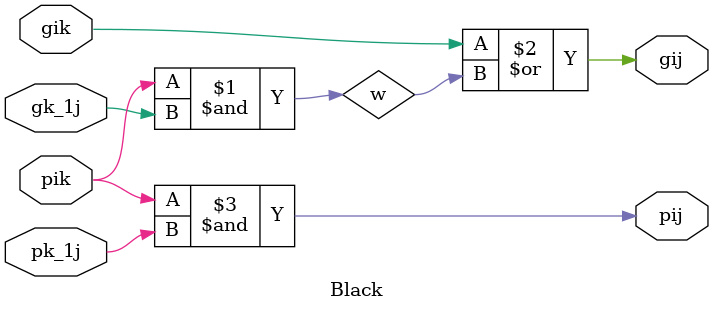
<source format=v>
`timescale 1ns / 1ps
module Black(gik,pik,gk_1j,pk_1j,gij,pij);

	input gik,pik,gk_1j,pk_1j;
	output gij,pij;
	wire w;
	
	and(w,pik,gk_1j);
	or(gij,gik,w);
	and(pij,pik,pk_1j);


endmodule

</source>
